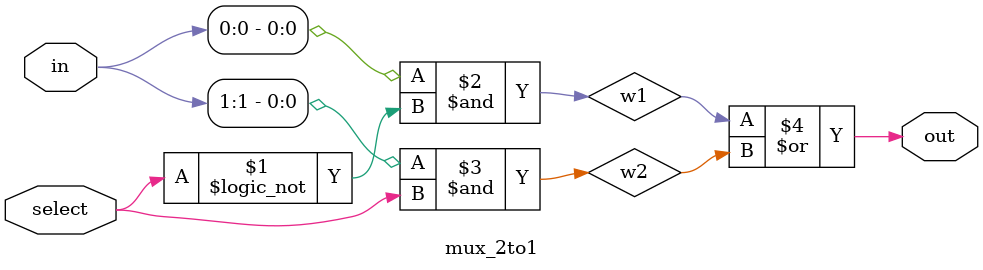
<source format=v>
module mux_2to1(input [1:0]in,input select,output out);
    wire w1, w2;
    
    and a1(w1, in[0], (!select));
    and a2(w2, in[1], select);
    
    or o1(out, w1, w2);
endmodule
</source>
